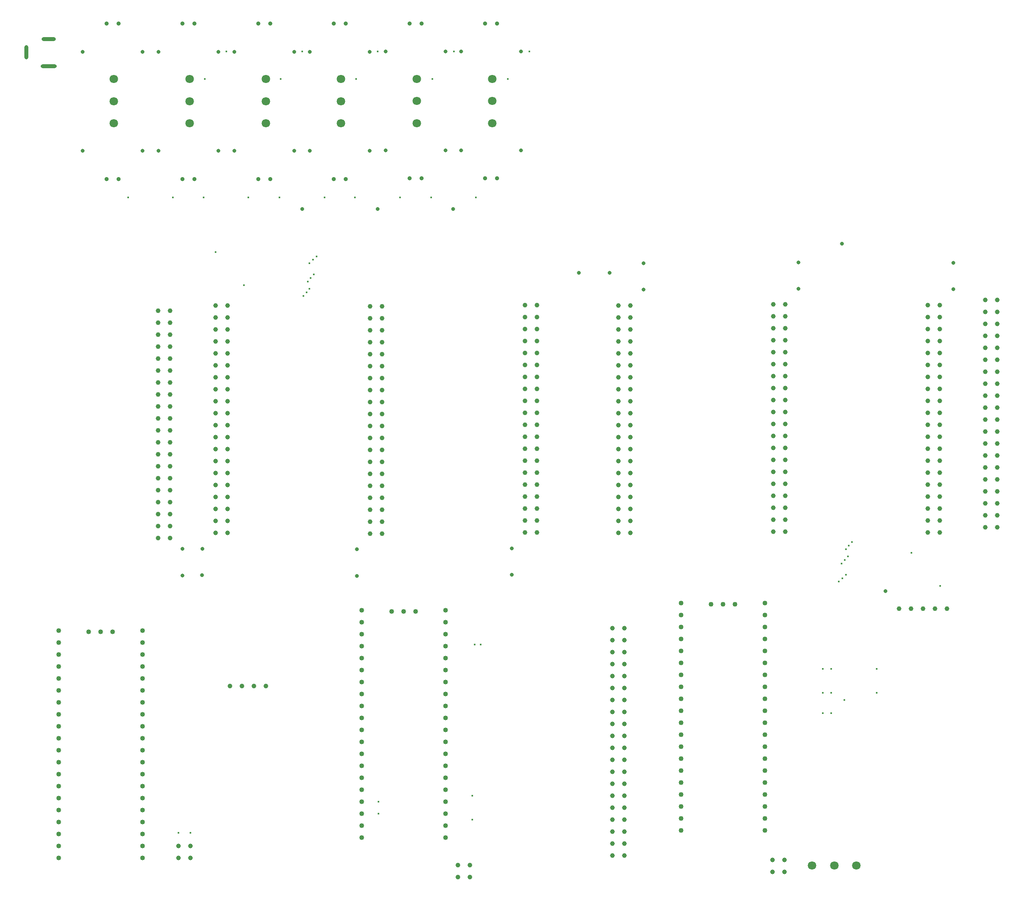
<source format=gbr>
%TF.GenerationSoftware,KiCad,Pcbnew,(6.0.5-0)*%
%TF.CreationDate,2022-05-19T11:08:05-04:00*%
%TF.ProjectId,viper,76697065-722e-46b6-9963-61645f706362,rev?*%
%TF.SameCoordinates,Original*%
%TF.FileFunction,Plated,1,2,PTH,Mixed*%
%TF.FilePolarity,Positive*%
%FSLAX46Y46*%
G04 Gerber Fmt 4.6, Leading zero omitted, Abs format (unit mm)*
G04 Created by KiCad (PCBNEW (6.0.5-0)) date 2022-05-19 11:08:05*
%MOMM*%
%LPD*%
G01*
G04 APERTURE LIST*
%TA.AperFunction,ViaDrill*%
%ADD10C,0.400000*%
%TD*%
%TA.AperFunction,ViaDrill*%
%ADD11C,0.800000*%
%TD*%
G04 aperture for slot hole*
%TA.AperFunction,ComponentDrill*%
%ADD12O,0.800000X3.000000*%
%TD*%
G04 aperture for slot hole*
%TA.AperFunction,ComponentDrill*%
%ADD13O,3.000000X0.800000*%
%TD*%
G04 aperture for slot hole*
%TA.AperFunction,ComponentDrill*%
%ADD14O,3.400000X0.800000*%
%TD*%
%TA.AperFunction,ComponentDrill*%
%ADD15C,0.800000*%
%TD*%
%TA.AperFunction,ComponentDrill*%
%ADD16C,0.900000*%
%TD*%
%TA.AperFunction,ComponentDrill*%
%ADD17C,1.000000*%
%TD*%
%TA.AperFunction,ComponentDrill*%
%ADD18C,1.020000*%
%TD*%
%TA.AperFunction,ComponentDrill*%
%ADD19C,1.800000*%
%TD*%
G04 APERTURE END LIST*
D10*
X100457000Y-83693000D03*
X109982000Y-83693000D03*
X111125000Y-218567000D03*
X113665000Y-218567000D03*
X116459000Y-83693000D03*
X116713000Y-58547000D03*
X118999000Y-95291875D03*
X121285000Y-52705000D03*
X125053125Y-102276875D03*
X125984000Y-83693000D03*
X132588000Y-83693000D03*
X132842000Y-58547000D03*
X137414000Y-52705000D03*
X137668000Y-104562875D03*
X138307866Y-103795036D03*
X138557000Y-101514875D03*
X138938000Y-97667375D03*
X138947732Y-103027196D03*
X139196866Y-100747036D03*
X139700000Y-96905375D03*
X139836732Y-99979196D03*
X140462000Y-96180875D03*
X142113000Y-83693000D03*
X148590000Y-83693000D03*
X148844000Y-58547000D03*
X153416000Y-52705000D03*
X153543000Y-211963000D03*
X153543000Y-214503000D03*
X158115000Y-83693000D03*
X164719000Y-83693000D03*
X164973000Y-58547000D03*
X169545000Y-52705000D03*
X173482000Y-210693000D03*
X173482000Y-215773000D03*
X173990000Y-178562000D03*
X174244000Y-83693000D03*
X175260000Y-178562000D03*
X180975000Y-58547000D03*
X185547000Y-52705000D03*
X247777000Y-183769000D03*
X247777000Y-188849000D03*
X247777000Y-193167000D03*
X249555000Y-183769000D03*
X249555000Y-188849000D03*
X249555000Y-193167000D03*
X251206000Y-165227000D03*
X251831268Y-161428679D03*
X251968000Y-164502500D03*
X252349000Y-190373000D03*
X252471134Y-160660839D03*
X252720268Y-158380679D03*
X252730000Y-163740500D03*
X253111000Y-159893000D03*
X253360134Y-157612839D03*
X254000000Y-156845000D03*
X259207000Y-183769000D03*
X259207000Y-188849000D03*
X266614875Y-159131000D03*
X272669000Y-166116000D03*
D11*
X112014000Y-163926375D03*
X112030795Y-158283875D03*
X116188205Y-163884500D03*
X116205000Y-158242000D03*
X137414000Y-86106000D03*
X148994400Y-163980400D03*
X149011195Y-158337900D03*
X153416000Y-86106000D03*
X169418000Y-86106000D03*
X181842205Y-163804875D03*
X181859000Y-158162375D03*
X196088000Y-99695000D03*
X202565000Y-99695000D03*
X209809000Y-103245500D03*
X209825795Y-97603000D03*
X242656805Y-103069975D03*
X242673600Y-97427475D03*
X251841000Y-93472000D03*
X261112000Y-167259000D03*
X275463000Y-103165875D03*
X275479795Y-97523375D03*
D12*
%TO.C,J1*%
X78887613Y-52826700D03*
D13*
X83687613Y-50026700D03*
D14*
X83687613Y-55826700D03*
D15*
%TO.C,R9*%
X90864025Y-52738000D03*
%TO.C,R11*%
X90864025Y-73756000D03*
%TO.C,R9*%
X103564025Y-52738000D03*
%TO.C,R11*%
X103564025Y-73756000D03*
%TO.C,R1*%
X106919687Y-52738000D03*
%TO.C,R2*%
X106919687Y-73756000D03*
%TO.C,R1*%
X119619687Y-52738000D03*
%TO.C,R2*%
X119619687Y-73756000D03*
%TO.C,R5*%
X122975349Y-52738000D03*
%TO.C,R4*%
X122975349Y-73756000D03*
%TO.C,R5*%
X135675349Y-52738000D03*
%TO.C,R4*%
X135675349Y-73756000D03*
%TO.C,R3*%
X139031011Y-52738000D03*
%TO.C,R6*%
X139031011Y-73756000D03*
%TO.C,R3*%
X151731011Y-52738000D03*
%TO.C,R6*%
X151731011Y-73756000D03*
%TO.C,R7*%
X155086673Y-52695666D03*
%TO.C,R8*%
X155086673Y-73671332D03*
%TO.C,R7*%
X167786673Y-52695666D03*
%TO.C,R8*%
X167786673Y-73671332D03*
%TO.C,R10*%
X171142335Y-52695666D03*
%TO.C,R12*%
X171142335Y-73671332D03*
%TO.C,R10*%
X183842335Y-52695666D03*
%TO.C,R12*%
X183842335Y-73671332D03*
D16*
%TO.C,D8*%
X95949025Y-46754000D03*
%TO.C,D11*%
X95949025Y-79740000D03*
%TO.C,D8*%
X98489025Y-46754000D03*
%TO.C,D11*%
X98489025Y-79740000D03*
%TO.C,D1*%
X112004687Y-46754000D03*
%TO.C,D2*%
X112004687Y-79740000D03*
%TO.C,D1*%
X114544687Y-46754000D03*
%TO.C,D2*%
X114544687Y-79740000D03*
%TO.C,D5*%
X128060349Y-46754000D03*
%TO.C,D4*%
X128060349Y-79740000D03*
%TO.C,D5*%
X130600349Y-46754000D03*
%TO.C,D4*%
X130600349Y-79740000D03*
%TO.C,D3*%
X144116011Y-46754000D03*
%TO.C,D6*%
X144116011Y-79740000D03*
%TO.C,D3*%
X146656011Y-46754000D03*
%TO.C,D6*%
X146656011Y-79740000D03*
%TO.C,D7*%
X160171673Y-46732833D03*
%TO.C,D9*%
X160171673Y-79634165D03*
%TO.C,D7*%
X162711673Y-46732833D03*
%TO.C,D9*%
X162711673Y-79634165D03*
%TO.C,D10*%
X176227335Y-46732833D03*
%TO.C,D13*%
X176227335Y-79634165D03*
%TO.C,D10*%
X178767335Y-46732833D03*
%TO.C,D13*%
X178767335Y-79634165D03*
D17*
%TO.C,J2*%
X106874500Y-107719625D03*
X106874500Y-110259625D03*
X106874500Y-112799625D03*
X106874500Y-115339625D03*
X106874500Y-117879625D03*
X106874500Y-120419625D03*
X106874500Y-122959625D03*
X106874500Y-125499625D03*
X106874500Y-128039625D03*
X106874500Y-130579625D03*
X106874500Y-133119625D03*
X106874500Y-135659625D03*
X106874500Y-138199625D03*
X106874500Y-140739625D03*
X106874500Y-143279625D03*
X106874500Y-145819625D03*
X106874500Y-148359625D03*
X106874500Y-150899625D03*
X106874500Y-153439625D03*
X106874500Y-155979625D03*
X109414500Y-107719625D03*
X109414500Y-110259625D03*
X109414500Y-112799625D03*
X109414500Y-115339625D03*
X109414500Y-117879625D03*
X109414500Y-120419625D03*
X109414500Y-122959625D03*
X109414500Y-125499625D03*
X109414500Y-128039625D03*
X109414500Y-130579625D03*
X109414500Y-133119625D03*
X109414500Y-135659625D03*
X109414500Y-138199625D03*
X109414500Y-140739625D03*
X109414500Y-143279625D03*
X109414500Y-145819625D03*
X109414500Y-148359625D03*
X109414500Y-150899625D03*
X109414500Y-153439625D03*
X109414500Y-155979625D03*
%TO.C,J7*%
X111125000Y-221361000D03*
X111125000Y-223901000D03*
X113665000Y-221361000D03*
X113665000Y-223901000D03*
%TO.C,J4*%
X119009000Y-106627625D03*
X119009000Y-109167625D03*
X119009000Y-111707625D03*
X119009000Y-114247625D03*
X119009000Y-116787625D03*
X119009000Y-119327625D03*
X119009000Y-121867625D03*
X119009000Y-124407625D03*
X119009000Y-126947625D03*
X119009000Y-129487625D03*
X119009000Y-132027625D03*
X119009000Y-134567625D03*
X119009000Y-137107625D03*
X119009000Y-139647625D03*
X119009000Y-142187625D03*
X119009000Y-144727625D03*
X119009000Y-147267625D03*
X119009000Y-149807625D03*
X119009000Y-152347625D03*
X119009000Y-154887625D03*
X121549000Y-106627625D03*
X121549000Y-109167625D03*
X121549000Y-111707625D03*
X121549000Y-114247625D03*
X121549000Y-116787625D03*
X121549000Y-119327625D03*
X121549000Y-121867625D03*
X121549000Y-124407625D03*
X121549000Y-126947625D03*
X121549000Y-129487625D03*
X121549000Y-132027625D03*
X121549000Y-134567625D03*
X121549000Y-137107625D03*
X121549000Y-139647625D03*
X121549000Y-142187625D03*
X121549000Y-144727625D03*
X121549000Y-147267625D03*
X121549000Y-149807625D03*
X121549000Y-152347625D03*
X121549000Y-154887625D03*
%TO.C,Brd1*%
X122110000Y-187393000D03*
X124650000Y-187393000D03*
X127190000Y-187393000D03*
X129730000Y-187393000D03*
%TO.C,J12*%
X151775000Y-106792000D03*
X151775000Y-109332000D03*
X151775000Y-111872000D03*
X151775000Y-114412000D03*
X151775000Y-116952000D03*
X151775000Y-119492000D03*
X151775000Y-122032000D03*
X151775000Y-124572000D03*
X151775000Y-127112000D03*
X151775000Y-129652000D03*
X151775000Y-132192000D03*
X151775000Y-134732000D03*
X151775000Y-137272000D03*
X151775000Y-139812000D03*
X151775000Y-142352000D03*
X151775000Y-144892000D03*
X151775000Y-147432000D03*
X151775000Y-149972000D03*
X151775000Y-152512000D03*
X151775000Y-155052000D03*
X154315000Y-106792000D03*
X154315000Y-109332000D03*
X154315000Y-111872000D03*
X154315000Y-114412000D03*
X154315000Y-116952000D03*
X154315000Y-119492000D03*
X154315000Y-122032000D03*
X154315000Y-124572000D03*
X154315000Y-127112000D03*
X154315000Y-129652000D03*
X154315000Y-132192000D03*
X154315000Y-134732000D03*
X154315000Y-137272000D03*
X154315000Y-139812000D03*
X154315000Y-142352000D03*
X154315000Y-144892000D03*
X154315000Y-147432000D03*
X154315000Y-149972000D03*
X154315000Y-152512000D03*
X154315000Y-155052000D03*
%TO.C,J14*%
X170434000Y-225425000D03*
X170434000Y-227965000D03*
X172974000Y-225425000D03*
X172974000Y-227965000D03*
%TO.C,J13*%
X184658000Y-106553000D03*
X184658000Y-109093000D03*
X184658000Y-111633000D03*
X184658000Y-114173000D03*
X184658000Y-116713000D03*
X184658000Y-119253000D03*
X184658000Y-121793000D03*
X184658000Y-124333000D03*
X184658000Y-126873000D03*
X184658000Y-129413000D03*
X184658000Y-131953000D03*
X184658000Y-134493000D03*
X184658000Y-137033000D03*
X184658000Y-139573000D03*
X184658000Y-142113000D03*
X184658000Y-144653000D03*
X184658000Y-147193000D03*
X184658000Y-149733000D03*
X184658000Y-152273000D03*
X184658000Y-154813000D03*
X187198000Y-106553000D03*
X187198000Y-109093000D03*
X187198000Y-111633000D03*
X187198000Y-114173000D03*
X187198000Y-116713000D03*
X187198000Y-119253000D03*
X187198000Y-121793000D03*
X187198000Y-124333000D03*
X187198000Y-126873000D03*
X187198000Y-129413000D03*
X187198000Y-131953000D03*
X187198000Y-134493000D03*
X187198000Y-137033000D03*
X187198000Y-139573000D03*
X187198000Y-142113000D03*
X187198000Y-144653000D03*
X187198000Y-147193000D03*
X187198000Y-149733000D03*
X187198000Y-152273000D03*
X187198000Y-154813000D03*
%TO.C,J15*%
X203195000Y-175129000D03*
X203195000Y-177669000D03*
X203195000Y-180209000D03*
X203195000Y-182749000D03*
X203195000Y-185289000D03*
X203195000Y-187829000D03*
X203195000Y-190369000D03*
X203195000Y-192909000D03*
X203195000Y-195449000D03*
X203195000Y-197989000D03*
X203195000Y-200529000D03*
X203195000Y-203069000D03*
X203195000Y-205609000D03*
X203195000Y-208149000D03*
X203195000Y-210689000D03*
X203195000Y-213229000D03*
X203195000Y-215769000D03*
X203195000Y-218309000D03*
X203195000Y-220849000D03*
X203195000Y-223389000D03*
%TO.C,J9*%
X204470000Y-106594875D03*
X204470000Y-109134875D03*
X204470000Y-111674875D03*
X204470000Y-114214875D03*
X204470000Y-116754875D03*
X204470000Y-119294875D03*
X204470000Y-121834875D03*
X204470000Y-124374875D03*
X204470000Y-126914875D03*
X204470000Y-129454875D03*
X204470000Y-131994875D03*
X204470000Y-134534875D03*
X204470000Y-137074875D03*
X204470000Y-139614875D03*
X204470000Y-142154875D03*
X204470000Y-144694875D03*
X204470000Y-147234875D03*
X204470000Y-149774875D03*
X204470000Y-152314875D03*
X204470000Y-154854875D03*
%TO.C,J15*%
X205735000Y-175129000D03*
X205735000Y-177669000D03*
X205735000Y-180209000D03*
X205735000Y-182749000D03*
X205735000Y-185289000D03*
X205735000Y-187829000D03*
X205735000Y-190369000D03*
X205735000Y-192909000D03*
X205735000Y-195449000D03*
X205735000Y-197989000D03*
X205735000Y-200529000D03*
X205735000Y-203069000D03*
X205735000Y-205609000D03*
X205735000Y-208149000D03*
X205735000Y-210689000D03*
X205735000Y-213229000D03*
X205735000Y-215769000D03*
X205735000Y-218309000D03*
X205735000Y-220849000D03*
X205735000Y-223389000D03*
%TO.C,J9*%
X207010000Y-106594875D03*
X207010000Y-109134875D03*
X207010000Y-111674875D03*
X207010000Y-114214875D03*
X207010000Y-116754875D03*
X207010000Y-119294875D03*
X207010000Y-121834875D03*
X207010000Y-124374875D03*
X207010000Y-126914875D03*
X207010000Y-129454875D03*
X207010000Y-131994875D03*
X207010000Y-134534875D03*
X207010000Y-137074875D03*
X207010000Y-139614875D03*
X207010000Y-142154875D03*
X207010000Y-144694875D03*
X207010000Y-147234875D03*
X207010000Y-149774875D03*
X207010000Y-152314875D03*
X207010000Y-154854875D03*
%TO.C,J10*%
X237188000Y-224287000D03*
X237188000Y-226827000D03*
%TO.C,J6*%
X237353000Y-106355875D03*
X237353000Y-108895875D03*
X237353000Y-111435875D03*
X237353000Y-113975875D03*
X237353000Y-116515875D03*
X237353000Y-119055875D03*
X237353000Y-121595875D03*
X237353000Y-124135875D03*
X237353000Y-126675875D03*
X237353000Y-129215875D03*
X237353000Y-131755875D03*
X237353000Y-134295875D03*
X237353000Y-136835875D03*
X237353000Y-139375875D03*
X237353000Y-141915875D03*
X237353000Y-144455875D03*
X237353000Y-146995875D03*
X237353000Y-149535875D03*
X237353000Y-152075875D03*
X237353000Y-154615875D03*
%TO.C,J10*%
X239728000Y-224287000D03*
X239728000Y-226827000D03*
%TO.C,J6*%
X239893000Y-106355875D03*
X239893000Y-108895875D03*
X239893000Y-111435875D03*
X239893000Y-113975875D03*
X239893000Y-116515875D03*
X239893000Y-119055875D03*
X239893000Y-121595875D03*
X239893000Y-124135875D03*
X239893000Y-126675875D03*
X239893000Y-129215875D03*
X239893000Y-131755875D03*
X239893000Y-134295875D03*
X239893000Y-136835875D03*
X239893000Y-139375875D03*
X239893000Y-141915875D03*
X239893000Y-144455875D03*
X239893000Y-146995875D03*
X239893000Y-149535875D03*
X239893000Y-152075875D03*
X239893000Y-154615875D03*
%TO.C,J11*%
X264028000Y-170942000D03*
X266568000Y-170942000D03*
X269108000Y-170942000D03*
%TO.C,J5*%
X270119000Y-106520250D03*
X270119000Y-109060250D03*
X270119000Y-111600250D03*
X270119000Y-114140250D03*
X270119000Y-116680250D03*
X270119000Y-119220250D03*
X270119000Y-121760250D03*
X270119000Y-124300250D03*
X270119000Y-126840250D03*
X270119000Y-129380250D03*
X270119000Y-131920250D03*
X270119000Y-134460250D03*
X270119000Y-137000250D03*
X270119000Y-139540250D03*
X270119000Y-142080250D03*
X270119000Y-144620250D03*
X270119000Y-147160250D03*
X270119000Y-149700250D03*
X270119000Y-152240250D03*
X270119000Y-154780250D03*
%TO.C,J11*%
X271648000Y-170942000D03*
%TO.C,J5*%
X272659000Y-106520250D03*
X272659000Y-109060250D03*
X272659000Y-111600250D03*
X272659000Y-114140250D03*
X272659000Y-116680250D03*
X272659000Y-119220250D03*
X272659000Y-121760250D03*
X272659000Y-124300250D03*
X272659000Y-126840250D03*
X272659000Y-129380250D03*
X272659000Y-131920250D03*
X272659000Y-134460250D03*
X272659000Y-137000250D03*
X272659000Y-139540250D03*
X272659000Y-142080250D03*
X272659000Y-144620250D03*
X272659000Y-147160250D03*
X272659000Y-149700250D03*
X272659000Y-152240250D03*
X272659000Y-154780250D03*
%TO.C,J11*%
X274188000Y-170942000D03*
%TO.C,J3*%
X282253500Y-105428250D03*
X282253500Y-107968250D03*
X282253500Y-110508250D03*
X282253500Y-113048250D03*
X282253500Y-115588250D03*
X282253500Y-118128250D03*
X282253500Y-120668250D03*
X282253500Y-123208250D03*
X282253500Y-125748250D03*
X282253500Y-128288250D03*
X282253500Y-130828250D03*
X282253500Y-133368250D03*
X282253500Y-135908250D03*
X282253500Y-138448250D03*
X282253500Y-140988250D03*
X282253500Y-143528250D03*
X282253500Y-146068250D03*
X282253500Y-148608250D03*
X282253500Y-151148250D03*
X282253500Y-153688250D03*
X284793500Y-105428250D03*
X284793500Y-107968250D03*
X284793500Y-110508250D03*
X284793500Y-113048250D03*
X284793500Y-115588250D03*
X284793500Y-118128250D03*
X284793500Y-120668250D03*
X284793500Y-123208250D03*
X284793500Y-125748250D03*
X284793500Y-128288250D03*
X284793500Y-130828250D03*
X284793500Y-133368250D03*
X284793500Y-135908250D03*
X284793500Y-138448250D03*
X284793500Y-140988250D03*
X284793500Y-143528250D03*
X284793500Y-146068250D03*
X284793500Y-148608250D03*
X284793500Y-151148250D03*
X284793500Y-153688250D03*
D18*
%TO.C,U2*%
X85725000Y-175632000D03*
X85725000Y-178172000D03*
X85725000Y-180712000D03*
X85725000Y-183252000D03*
X85725000Y-185792000D03*
X85725000Y-188332000D03*
X85725000Y-190872000D03*
X85725000Y-193412000D03*
X85725000Y-195952000D03*
X85725000Y-198492000D03*
X85725000Y-201032000D03*
X85725000Y-203572000D03*
X85725000Y-206112000D03*
X85725000Y-208652000D03*
X85725000Y-211192000D03*
X85725000Y-213732000D03*
X85725000Y-216272000D03*
X85725000Y-218812000D03*
X85725000Y-221352000D03*
X85725000Y-223892000D03*
X92075000Y-175862000D03*
X94615000Y-175862000D03*
X97155000Y-175862000D03*
X103505000Y-175632000D03*
X103505000Y-178172000D03*
X103505000Y-180712000D03*
X103505000Y-183252000D03*
X103505000Y-185792000D03*
X103505000Y-188332000D03*
X103505000Y-190872000D03*
X103505000Y-193412000D03*
X103505000Y-195952000D03*
X103505000Y-198492000D03*
X103505000Y-201032000D03*
X103505000Y-203572000D03*
X103505000Y-206112000D03*
X103505000Y-208652000D03*
X103505000Y-211192000D03*
X103505000Y-213732000D03*
X103505000Y-216272000D03*
X103505000Y-218812000D03*
X103505000Y-221352000D03*
X103505000Y-223892000D03*
%TO.C,U4*%
X149987000Y-171323000D03*
X149987000Y-173863000D03*
X149987000Y-176403000D03*
X149987000Y-178943000D03*
X149987000Y-181483000D03*
X149987000Y-184023000D03*
X149987000Y-186563000D03*
X149987000Y-189103000D03*
X149987000Y-191643000D03*
X149987000Y-194183000D03*
X149987000Y-196723000D03*
X149987000Y-199263000D03*
X149987000Y-201803000D03*
X149987000Y-204343000D03*
X149987000Y-206883000D03*
X149987000Y-209423000D03*
X149987000Y-211963000D03*
X149987000Y-214503000D03*
X149987000Y-217043000D03*
X149987000Y-219583000D03*
X156337000Y-171553000D03*
X158877000Y-171553000D03*
X161417000Y-171553000D03*
X167767000Y-171323000D03*
X167767000Y-173863000D03*
X167767000Y-176403000D03*
X167767000Y-178943000D03*
X167767000Y-181483000D03*
X167767000Y-184023000D03*
X167767000Y-186563000D03*
X167767000Y-189103000D03*
X167767000Y-191643000D03*
X167767000Y-194183000D03*
X167767000Y-196723000D03*
X167767000Y-199263000D03*
X167767000Y-201803000D03*
X167767000Y-204343000D03*
X167767000Y-206883000D03*
X167767000Y-209423000D03*
X167767000Y-211963000D03*
X167767000Y-214503000D03*
X167767000Y-217043000D03*
X167767000Y-219583000D03*
%TO.C,U1*%
X217752000Y-169799000D03*
X217752000Y-172339000D03*
X217752000Y-174879000D03*
X217752000Y-177419000D03*
X217752000Y-179959000D03*
X217752000Y-182499000D03*
X217752000Y-185039000D03*
X217752000Y-187579000D03*
X217752000Y-190119000D03*
X217752000Y-192659000D03*
X217752000Y-195199000D03*
X217752000Y-197739000D03*
X217752000Y-200279000D03*
X217752000Y-202819000D03*
X217752000Y-205359000D03*
X217752000Y-207899000D03*
X217752000Y-210439000D03*
X217752000Y-212979000D03*
X217752000Y-215519000D03*
X217752000Y-218059000D03*
X224102000Y-170029000D03*
X226642000Y-170029000D03*
X229182000Y-170029000D03*
X235532000Y-169799000D03*
X235532000Y-172339000D03*
X235532000Y-174879000D03*
X235532000Y-177419000D03*
X235532000Y-179959000D03*
X235532000Y-182499000D03*
X235532000Y-185039000D03*
X235532000Y-187579000D03*
X235532000Y-190119000D03*
X235532000Y-192659000D03*
X235532000Y-195199000D03*
X235532000Y-197739000D03*
X235532000Y-200279000D03*
X235532000Y-202819000D03*
X235532000Y-205359000D03*
X235532000Y-207899000D03*
X235532000Y-210439000D03*
X235532000Y-212979000D03*
X235532000Y-215519000D03*
X235532000Y-218059000D03*
D19*
%TO.C,S5*%
X97451000Y-58547000D03*
X97451000Y-63247000D03*
X97451000Y-67947000D03*
%TO.C,S1*%
X113544762Y-58547000D03*
X113544762Y-63247000D03*
X113544762Y-67947000D03*
%TO.C,S3*%
X129680393Y-58547000D03*
X129680393Y-63247000D03*
X129680393Y-67947000D03*
%TO.C,S2*%
X145616324Y-58547000D03*
X145616324Y-63247000D03*
X145616324Y-67947000D03*
%TO.C,S4*%
X161714236Y-58483499D03*
X161714236Y-63183499D03*
X161714236Y-67883499D03*
%TO.C,S6*%
X177742298Y-58483499D03*
X177742298Y-63183499D03*
X177742298Y-67883499D03*
%TO.C,S7*%
X245564000Y-225467000D03*
X250264000Y-225467000D03*
X254964000Y-225467000D03*
M02*

</source>
